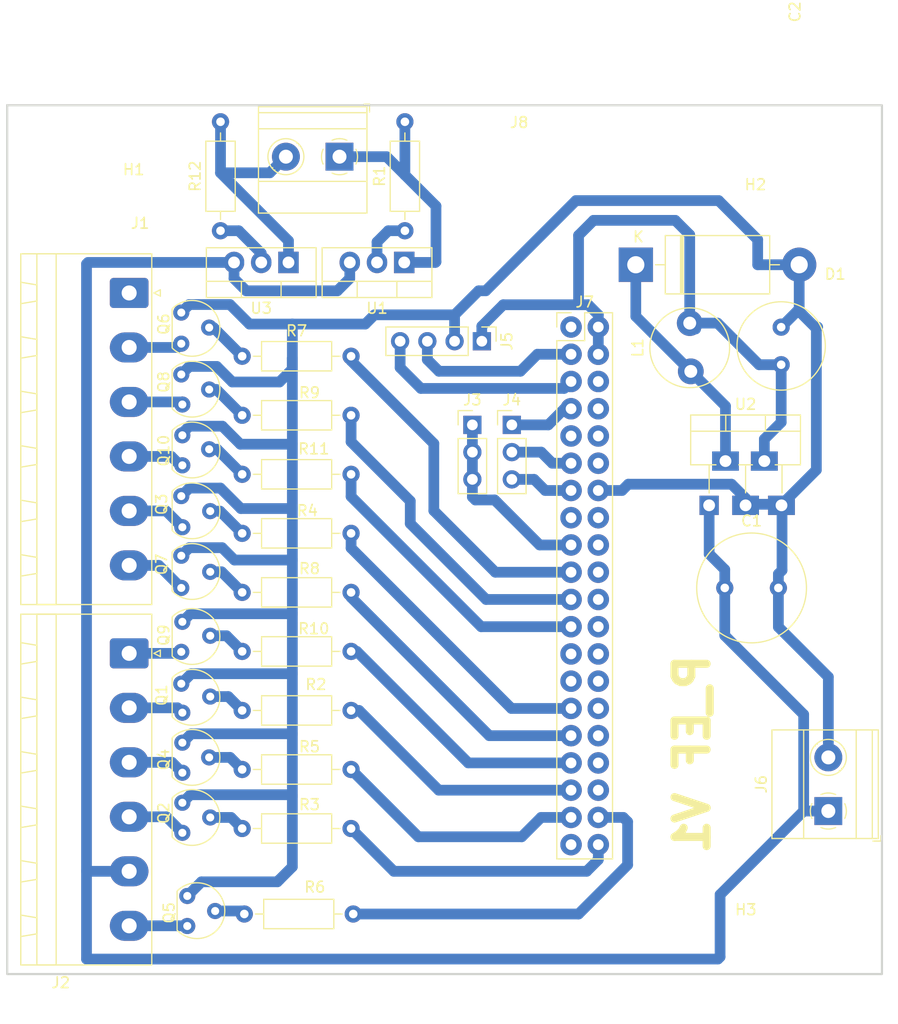
<source format=kicad_pcb>
(kicad_pcb (version 20211014) (generator pcbnew)
  (layers (0 "F.Cu" signal) (31 "B.Cu" signal) (34 "B.Paste" user) (35 "F.Paste" user) (36 "B.SilkS" user "B.Silkscreen") (37 "F.SilkS" user "F.Silkscreen") (38 "B.Mask" user) (39 "F.Mask" user) (44 "Edge.Cuts" user))
  (net 0 "")
  (net 1 "12V")
  (net 2 "GND")
  (net 3 "Net-(D1-Pad1)")
  (net 4 "ADJ C")
  (net 5 "365")
  (net 6 "395")
  (net 7 "440")
  (net 8 "470")
  (net 9 "530")
  (net 10 "PUMP")
  (net 11 "WA")
  (net 12 "280")
  (net 13 "660")
  (net 14 "600")
  (net 15 "3.3 V")
  (net 16 "Accept B")
  (net 17 "Change B")
  (net 18 "Cancel B")
  (net 19 "5 V")
  (net 20 "SDA")
  (net 21 "SCL")
  (net 27 "19")
  (net 29 "21")
  (net 31 "23")
  (net 36 "29")
  (net 37 "31")
  (net 39 "33")
  (net 40 "35")
  (net 42 "37")
  (net 43 "40")
  (net 44 "Net-(Q1-Pad2)")
  (net 45 "Net-(Q2-Pad2)")
  (net 46 "Net-(Q3-Pad2)")
  (net 47 "Net-(Q4-Pad2)")
  (net 48 "Net-(Q5-Pad2)")
  (net 49 "Net-(Q6-Pad2)")
  (net 50 "Net-(Q7-Pad2)")
  (net 51 "Net-(Q8-Pad2)")
  (net 52 "Net-(Q9-Pad2)")
  (net 53 "Net-(Q10-Pad2)")
  (net 54 "Net-(R1-Pad1)")
  (net 56 "38")
  (net 57 "Net-(R12-Pad1)")
  (net 58 "AdjUV280")
  (footprint "Package_TO_SOT_THT:TO-92_Inline" (layer "F.Cu") (at 29.64 48.94 -90)
    (fp_text reference "Q3" (at 0.66 2.84 90) (layer "F.SilkS"))
    (fp_text value "PN2222A")
    (pad "1" thru_hole circle (at -0.1 1 270) (size 1.5 1.5) (drill 0.75) (layers *.Cu *.Mask) (net 2 "GND"))
    (pad "2" thru_hole oval (at 1.3 -1.7 270) (size 1.5 1.5) (drill 0.75) (layers *.Cu *.Mask) (net 46 "Net-(Q3-Pad2)"))
    (pad "3" thru_hole circle (at 2.8 0.9 270) (size 1.5 1.5) (drill 0.75) (layers *.Cu *.Mask) (net 9 "530"))
  )
  (footprint "MountingHole:MountingHole_5mm" (layer "F.Cu") (at 17.8 18)
    (fp_text reference "H1" (at 6.4 0.4) (layer "F.SilkS"))
    (fp_text value "MountingHole")
    (pad "" np_thru_hole circle (at 0 0) (size 5 5) (drill 5) (layers *.Cu *.Mask))
  )
  (footprint "Connector_PinHeader_2.54mm:PinHeader_1x03_P2.54mm_Vertical" (layer "F.Cu") (at 55.795 42.2)
    (fp_text reference "J3" (at 0 -2.33) (layer "F.SilkS"))
    (fp_text value "Conn_01x03_Male")
    (pad "1" thru_hole rect (at 0 0) (size 1.7 1.7) (drill 1) (layers *.Cu *.Mask) (net 15 "3.3 V"))
    (pad "2" thru_hole oval (at 0 2.54) (size 1.7 1.7) (drill 1) (layers *.Cu *.Mask) (net 15 "3.3 V"))
    (pad "3" thru_hole oval (at 0 5.08) (size 1.7 1.7) (drill 1) (layers *.Cu *.Mask) (net 15 "3.3 V"))
  )
  (footprint "Resistor_THT:R_Axial_DIN0207_L6.3mm_D2.5mm_P10.16mm_Horizontal" (layer "F.Cu") (at 34.32 74.32625)
    (fp_text reference "R5" (at 6.28 -2.12625) (layer "F.SilkS"))
    (fp_text value "560")
    (pad "1" thru_hole circle (at 0 0) (size 1.6 1.6) (drill 0.8) (layers *.Cu *.Mask) (net 47 "Net-(Q4-Pad2)"))
    (pad "2" thru_hole oval (at 10.16 0) (size 1.6 1.6) (drill 0.8) (layers *.Cu *.Mask) (net 42 "37"))
  )
  (footprint "Diode_THT:D_DO-201AD_P15.24mm_Horizontal" (layer "F.Cu") (at 71.04 27.27)
    (fp_text reference "D1" (at 18.605 0.8775) (layer "F.SilkS"))
    (fp_text value "1N5822")
    (fp_text user "K" (at 0.24 -2.6) (layer "F.SilkS"))
    (pad "1" thru_hole rect (at 0 0) (size 3.2 3.2) (drill 1.6) (layers *.Cu *.Mask) (net 3 "Net-(D1-Pad1)"))
    (pad "2" thru_hole oval (at 15.24 0) (size 3.2 3.2) (drill 1.6) (layers *.Cu *.Mask) (net 2 "GND"))
  )
  (footprint "Resistor_THT:R_Axial_DIN0207_L6.3mm_D2.5mm_P10.16mm_Horizontal" (layer "F.Cu") (at 34.32 63.31875)
    (fp_text reference "R10" (at 6.68 -2.11875) (layer "F.SilkS"))
    (fp_text value "560")
    (pad "1" thru_hole circle (at 0 0) (size 1.6 1.6) (drill 0.8) (layers *.Cu *.Mask) (net 52 "Net-(Q9-Pad2)"))
    (pad "2" thru_hole oval (at 10.16 0) (size 1.6 1.6) (drill 0.8) (layers *.Cu *.Mask) (net 39 "33"))
  )
  (footprint "Capacitor_THT:C_Radial_D8.0mm_H11.5mm_P3.50mm" (layer "F.Cu") (at 84.6 36.59 90)
    (fp_text reference "C2" (at 32.90125 1.28875 90) (layer "F.SilkS"))
    (fp_text value "1000 uF 25V")
    (pad "1" thru_hole circle (at 0 0 90) (size 1.6 1.6) (drill 0.8) (layers *.Cu *.Mask) (net 19 "5 V"))
    (pad "2" thru_hole circle (at 3.5 0 90) (size 1.6 1.6) (drill 0.8) (layers *.Cu *.Mask) (net 2 "GND"))
  )
  (footprint "Connector_Phoenix_MSTB:PhoenixContact_MSTBA_2,5_6-G-5,08_1x06_P5.08mm_Horizontal" (layer "F.Cu") (at 23.7775 63.5 -90)
    (fp_text reference "J2" (at 30.7 6.3775 180) (layer "F.SilkS"))
    (fp_text value "Conn_01x06_Male")
    (pad "1" thru_hole roundrect (at 0 0 270) (size 2.8 3.6) (drill 1.4) (layers *.Cu *.Mask) (roundrect_rratio 0.120192) (net 9 "530"))
    (pad "2" thru_hole oval (at 5.08 0 270) (size 2.8 3.6) (drill 1.4) (layers *.Cu *.Mask) (net 14 "600"))
    (pad "3" thru_hole oval (at 10.16 0 270) (size 2.8 3.6) (drill 1.4) (layers *.Cu *.Mask) (net 13 "660"))
    (pad "4" thru_hole oval (at 15.24 0 270) (size 2.8 3.6) (drill 1.4) (layers *.Cu *.Mask) (net 11 "WA"))
    (pad "5" thru_hole oval (at 20.32 0 270) (size 2.8 3.6) (drill 1.4) (layers *.Cu *.Mask) (net 1 "12V"))
    (pad "6" thru_hole oval (at 25.4 0 270) (size 2.8 3.6) (drill 1.4) (layers *.Cu *.Mask) (net 10 "PUMP"))
  )
  (footprint "Resistor_THT:R_Axial_DIN0207_L6.3mm_D2.5mm_P10.16mm_Horizontal" (layer "F.Cu") (at 34.32 68.8225)
    (fp_text reference "R2" (at 6.88 -2.4225) (layer "F.SilkS"))
    (fp_text value "5100")
    (pad "1" thru_hole circle (at 0 0) (size 1.6 1.6) (drill 0.8) (layers *.Cu *.Mask) (net 44 "Net-(Q1-Pad2)"))
    (pad "2" thru_hole oval (at 10.16 0) (size 1.6 1.6) (drill 0.8) (layers *.Cu *.Mask) (net 40 "35"))
  )
  (footprint "MountingHole:MountingHole_5mm" (layer "F.Cu") (at 88.5 87.2)
    (fp_text reference "H3" (at -7.2 0.2) (layer "F.SilkS"))
    (fp_text value "MountingHole")
    (pad "" np_thru_hole circle (at 0 0) (size 5 5) (drill 5) (layers *.Cu *.Mask))
  )
  (footprint "Inductor_THT:L_Radial_D7.2mm_P3.00mm_Murata_1700" (layer "F.Cu") (at 76.07 36.51 90)
    (fp_text reference "L1" (at 1.5 -4.85 90) (layer "F.SilkS"))
    (fp_text value "33 uH")
    (pad "1" thru_hole circle (at -0.7 0.1 90) (size 2.4 2.4) (drill 1.2) (layers *.Cu *.Mask) (net 3 "Net-(D1-Pad1)"))
    (pad "2" thru_hole circle (at 3.8 0 90) (size 2.4 2.4) (drill 1.2) (layers *.Cu *.Mask) (net 19 "5 V"))
  )
  (footprint "Resistor_THT:R_Axial_DIN0207_L6.3mm_D2.5mm_P10.16mm_Horizontal" (layer "F.Cu") (at 34.32 79.83)
    (fp_text reference "R3" (at 6.28 -2.23) (layer "F.SilkS"))
    (fp_text value "560")
    (pad "1" thru_hole circle (at 0 0) (size 1.6 1.6) (drill 0.8) (layers *.Cu *.Mask) (net 45 "Net-(Q2-Pad2)"))
    (pad "2" thru_hole oval (at 10.16 0) (size 1.6 1.6) (drill 0.8) (layers *.Cu *.Mask) (net 43 "40"))
  )
  (footprint "Package_TO_SOT_THT:TO-92_Inline" (layer "F.Cu") (at 30.1 86.22 -90)
    (fp_text reference "Q5" (at 1.47 2.6 90) (layer "F.SilkS"))
    (fp_text value "PN2222A")
    (pad "1" thru_hole circle (at -0.1 0.9 270) (size 1.5 1.5) (drill 0.75) (layers *.Cu *.Mask) (net 2 "GND"))
    (pad "2" thru_hole circle (at 1.3 -1.7 270) (size 1.5 1.5) (drill 0.75) (layers *.Cu *.Mask) (net 48 "Net-(Q5-Pad2)"))
    (pad "3" thru_hole circle (at 2.7 0.9 270) (size 1.5 1.5) (drill 0.75) (layers *.Cu *.Mask) (net 10 "PUMP"))
  )
  (footprint "Connector_PinHeader_2.54mm:PinHeader_2x20_P2.54mm_Vertical" (layer "F.Cu") (at 65 33.075)
    (fp_text reference "J7" (at 1.27 -2.33) (layer "F.SilkS"))
    (fp_text value "Conn_02x20_Odd_Even")
    (pad "1" thru_hole circle (at 0 0) (size 2 2) (drill 1) (layers *.Cu *.Mask) (net 15 "3.3 V"))
    (pad "2" thru_hole circle (at 2.54 0) (size 2 2) (drill 1) (layers *.Cu *.Mask) (net 19 "5 V"))
    (pad "3" thru_hole circle (at 0 2.54) (size 2 2) (drill 1) (layers *.Cu *.Mask) (net 20 "SDA"))
    (pad "4" thru_hole circle (at 2.54 2.54) (size 2 2) (drill 1) (layers *.Cu *.Mask) (net 19 "5 V"))
    (pad "5" thru_hole circle (at 0 5.08) (size 2 2) (drill 1) (layers *.Cu *.Mask) (net 21 "SCL"))
    (pad "6" thru_hole circle (at 2.54 5.08) (size 2 2) (drill 1) (layers *.Cu *.Mask) (net 2 "GND"))
    (pad "7" thru_hole circle (at 0 7.62) (size 2 2) (drill 1) (layers *.Cu *.Mask) (net 16 "Accept B"))
    (pad "8" thru_hole circle (at 2.54 7.62) (size 2 2) (drill 1) (layers *.Cu *.Mask))
    (pad "9" thru_hole circle (at 0 10.16) (size 2 2) (drill 1) (layers *.Cu *.Mask) (net 2 "GND"))
    (pad "10" thru_hole circle (at 2.54 10.16) (size 2 2) (drill 1) (layers *.Cu *.Mask))
    (pad "11" thru_hole circle (at 0 12.7) (size 2 2) (drill 1) (layers *.Cu *.Mask) (net 17 "Change B"))
    (pad "12" thru_hole circle (at 2.54 12.7) (size 2 2) (drill 1) (layers *.Cu *.Mask))
    (pad "13" thru_hole circle (at 0 15.24) (size 2 2) (drill 1) (layers *.Cu *.Mask) (net 18 "Cancel B"))
    (pad "14" thru_hole circle (at 2.54 15.24) (size 2 2) (drill 1) (layers *.Cu *.Mask) (net 2 "GND"))
    (pad "15" thru_hole circle (at 0 17.78) (size 2 2) (drill 1) (layers *.Cu *.Mask))
    (pad "16" thru_hole circle (at 2.54 17.78) (size 2 2) (drill 1) (layers *.Cu *.Mask))
    (pad "17" thru_hole circle (at 0 20.32) (size 2 2) (drill 1) (layers *.Cu *.Mask) (net 15 "3.3 V"))
    (pad "18" thru_hole circle (at 2.54 20.32) (size 2 2) (drill 1) (layers *.Cu *.Mask))
    (pad "19" thru_hole circle (at 0 22.86) (size 2 2) (drill 1) (layers *.Cu *.Mask) (net 27 "19"))
    (pad "20" thru_hole circle (at 2.54 22.86) (size 2 2) (drill 1) (layers *.Cu *.Mask))
    (pad "21" thru_hole circle (at 0 25.4) (size 2 2) (drill 1) (layers *.Cu *.Mask) (net 29 "21"))
    (pad "22" thru_hole circle (at 2.54 25.4) (size 2 2) (drill 1) (layers *.Cu *.Mask))
    (pad "23" thru_hole circle (at 0 27.94) (size 2 2) (drill 1) (layers *.Cu *.Mask) (net 31 "23"))
    (pad "24" thru_hole circle (at 2.54 27.94) (size 2 2) (drill 1) (layers *.Cu *.Mask))
    (pad "25" thru_hole circle (at 0 30.48) (size 2 2) (drill 1) (layers *.Cu *.Mask) (net 2 "GND"))
    (pad "26" thru_hole circle (at 2.54 30.48) (size 2 2) (drill 1) (layers *.Cu *.Mask))
    (pad "27" thru_hole circle (at 0 33.02) (size 2 2) (drill 1) (layers *.Cu *.Mask))
    (pad "28" thru_hole circle (at 2.54 33.02) (size 2 2) (drill 1) (layers *.Cu *.Mask))
    (pad "29" thru_hole circle (at 0 35.56) (size 2 2) (drill 1) (layers *.Cu *.Mask) (net 36 "29"))
    (pad "30" thru_hole circle (at 2.54 35.56) (size 2 2) (drill 1) (layers *.Cu *.Mask) (net 2 "GND"))
    (pad "31" thru_hole circle (at 0 38.1) (size 2 2) (drill 1) (layers *.Cu *.Mask) (net 37 "31"))
    (pad "32" thru_hole circle (at 2.54 38.1) (size 2 2) (drill 1) (layers *.Cu *.Mask))
    (pad "33" thru_hole circle (at 0 40.64) (size 2 2) (drill 1) (layers *.Cu *.Mask) (net 39 "33"))
    (pad "34" thru_hole circle (at 2.54 40.64) (size 2 2) (drill 1) (layers *.Cu *.Mask) (net 2 "GND"))
    (pad "35" thru_hole circle (at 0 43.18) (size 2 2) (drill 1) (layers *.Cu *.Mask) (net 40 "35"))
    (pad "36" thru_hole circle (at 2.54 43.18) (size 2 2) (drill 1) (layers *.Cu *.Mask))
    (pad "37" thru_hole circle (at 0 45.72) (size 2 2) (drill 1) (layers *.Cu *.Mask) (net 42 "37"))
    (pad "38" thru_hole circle (at 2.54 45.72) (size 2 2) (drill 1) (layers *.Cu *.Mask) (net 56 "38"))
    (pad "39" thru_hole circle (at 0 48.26) (size 2 2) (drill 1) (layers *.Cu *.Mask) (net 2 "GND"))
    (pad "40" thru_hole circle (at 2.54 48.26) (size 2 2) (drill 1) (layers *.Cu *.Mask) (net 43 "40"))
  )
  (footprint "Resistor_THT:R_Axial_DIN0207_L6.3mm_D2.5mm_P10.16mm_Horizontal" (layer "F.Cu") (at 34.32 41.30375)
    (fp_text reference "R9" (at 6.28 -2.10375) (layer "F.SilkS"))
    (fp_text value "560")
    (pad "1" thru_hole circle (at 0 0) (size 1.6 1.6) (drill 0.8) (layers *.Cu *.Mask) (net 51 "Net-(Q8-Pad2)"))
    (pad "2" thru_hole oval (at 10.16 0) (size 1.6 1.6) (drill 0.8) (layers *.Cu *.Mask) (net 29 "21"))
  )
  (footprint "Resistor_THT:R_Axial_DIN0207_L6.3mm_D2.5mm_P10.16mm_Horizontal" (layer "F.Cu") (at 34.32 35.8)
    (fp_text reference "R7" (at 5.08 -2.37) (layer "F.SilkS"))
    (fp_text value "560")
    (pad "1" thru_hole circle (at 0 0) (size 1.6 1.6) (drill 0.8) (layers *.Cu *.Mask) (net 49 "Net-(Q6-Pad2)"))
    (pad "2" thru_hole oval (at 10.16 0) (size 1.6 1.6) (drill 0.8) (layers *.Cu *.Mask) (net 27 "19"))
  )
  (footprint "TerminalBlock_Phoenix:TerminalBlock_Phoenix_MKDS-1,5-2_1x02_P5.00mm_Horizontal" (layer "F.Cu") (at 89 78.2 90)
    (fp_text reference "J6" (at 2.5 -6.26 90) (layer "F.SilkS"))
    (fp_text value "Screw_Terminal_01x02")
    (pad "1" thru_hole rect (at 0 0 90) (size 2.6 2.6) (drill 1.3) (layers *.Cu *.Mask) (net 1 "12V"))
    (pad "2" thru_hole circle (at 5 0 90) (size 2.6 2.6) (drill 1.3) (layers *.Cu *.Mask) (net 2 "GND"))
  )
  (footprint "Package_TO_SOT_THT:TO-92_Inline" (layer "F.Cu") (at 29.64 71.93 -90)
    (fp_text reference "Q4" (at 1.47 2.64 90) (layer "F.SilkS"))
    (fp_text value "PN2222A")
    (pad "1" thru_hole circle (at -0.1 0.9 270) (size 1.5 1.5) (drill 0.75) (layers *.Cu *.Mask) (net 2 "GND"))
    (pad "2" thru_hole circle (at 1.27 -1.6 270) (size 1.5 1.5) (drill 0.75) (layers *.Cu *.Mask) (net 47 "Net-(Q4-Pad2)"))
    (pad "3" thru_hole circle (at 2.7 0.9 270) (size 1.5 1.5) (drill 0.75) (layers *.Cu *.Mask) (net 11 "WA"))
  )
  (footprint "Package_TO_SOT_THT:TO-220-5_P3.4x3.7mm_StaggerOdd_Lead3.8mm_Vertical" (layer "F.Cu") (at 77.88 49.6)
    (fp_text reference "U2" (at 3.4 -9.32) (layer "F.SilkS"))
    (fp_text value "LM2596T-5")
    (pad "1" thru_hole rect (at 0 0.1) (size 1.8 1.8) (drill 1.1) (layers *.Cu *.Mask) (net 1 "12V"))
    (pad "2" thru_hole rect (at 1.525 -4.025) (size 2.5 1.8) (drill 1.1) (layers *.Cu *.Mask) (net 3 "Net-(D1-Pad1)"))
    (pad "3" thru_hole rect (at 3.4 0.1) (size 2.5 1.8) (drill 1.1) (layers *.Cu *.Mask) (net 2 "GND"))
    (pad "4" thru_hole rect (at 5.15 -4.025) (size 2.5 1.8) (drill 1.1) (layers *.Cu *.Mask) (net 19 "5 V"))
    (pad "5" thru_hole rect (at 6.75 0.1) (size 2.5 1.8) (drill 1.1) (layers *.Cu *.Mask) (net 2 "GND"))
  )
  (footprint "Package_TO_SOT_THT:TO-92_Inline" (layer "F.Cu") (at 29.64 77.53 -90)
    (fp_text reference "Q2" (at 0.87 2.64 90) (layer "F.SilkS"))
    (fp_text value "PN2222A")
    (pad "1" thru_hole circle (at -0.1 0.9 270) (size 1.5 1.5) (drill 0.75) (layers *.Cu *.Mask) (net 2 "GND"))
    (pad "2" thru_hole circle (at 1.27 -1.7 270) (size 1.5 1.5) (drill 0.75) (layers *.Cu *.Mask) (net 45 "Net-(Q2-Pad2)"))
    (pad "3" thru_hole circle (at 2.7 0.9 270) (size 1.5 1.5) (drill 0.75) (layers *.Cu *.Mask) (net 5 "365"))
  )
  (footprint "Connector_Phoenix_MSTB:PhoenixContact_MSTBA_2,5_6-G-5,08_1x06_P5.08mm_Horizontal" (layer "F.Cu") (at 23.7775 29.9 -90)
    (fp_text reference "J1" (at -6.5 -1.0225 180) (layer "F.SilkS"))
    (fp_text value "Conn_01x06_Male")
    (pad "1" thru_hole roundrect (at 0 0 270) (size 2.8 3.6) (drill 1.4) (layers *.Cu *.Mask) (roundrect_rratio 0.120192))
    (pad "2" thru_hole oval (at 5.08 0 270) (size 2.8 3.6) (drill 1.4) (layers *.Cu *.Mask) (net 12 "280"))
    (pad "3" thru_hole oval (at 10.16 0 270) (size 2.8 3.6) (drill 1.4) (layers *.Cu *.Mask) (net 5 "365"))
    (pad "4" thru_hole oval (at 15.24 0 270) (size 2.8 3.6) (drill 1.4) (layers *.Cu *.Mask) (net 6 "395"))
    (pad "5" thru_hole oval (at 20.32 0 270) (size 2.8 3.6) (drill 1.4) (layers *.Cu *.Mask) (net 7 "440"))
    (pad "6" thru_hole oval (at 25.4 0 270) (size 2.8 3.6) (drill 1.4) (layers *.Cu *.Mask) (net 8 "470"))
  )
  (footprint "Package_TO_SOT_THT:TO-92_Inline" (layer "F.Cu") (at 29.64 31.93 -90)
    (fp_text reference "Q6" (at 0.87 2.64 90) (layer "F.SilkS"))
    (fp_text value "PN2222A")
    (pad "1" thru_hole circle (at -0.2 1 270) (size 1.5 1.5) (drill 0.75) (layers *.Cu *.Mask) (net 2 "GND"))
    (pad "2" thru_hole oval (at 1.2 -1.6 270) (size 1.5 1.5) (drill 0.75) (layers *.Cu *.Mask) (net 49 "Net-(Q6-Pad2)"))
    (pad "3" thru_hole circle (at 2.7 1 270) (size 1.5 1.5) (drill 0.75) (layers *.Cu *.Mask) (net 6 "395"))
  )
  (footprint "Package_TO_SOT_THT:TO-92_Inline" (layer "F.Cu") (at 29.64 54.6 -90)
    (fp_text reference "Q7" (at 0.6 2.84 90) (layer "F.SilkS"))
    (fp_text value "PN2222A")
    (pad "1" thru_hole circle (at -0.2 1 270) (size 1.5 1.5) (drill 0.75) (layers *.Cu *.Mask) (net 2 "GND"))
    (pad "2" thru_hole oval (at 1.3 -1.7 270) (size 1.5 1.5) (drill 0.75) (layers *.Cu *.Mask) (net 50 "Net-(Q7-Pad2)"))
    (pad "3" thru_hole oval (at 2.8 1 270) (size 1.5 1.5) (drill 0.75) (layers *.Cu *.Mask) (net 14 "600"))
  )
  (footprint "Resistor_THT:R_Axial_DIN0207_L6.3mm_D2.5mm_P10.16mm_Horizontal" (layer "F.Cu") (at 49.5 24.1 90)
    (fp_text reference "R1" (at 5.08 -2.37 90) (layer "F.SilkS"))
    (fp_text value "2.8")
    (pad "1" thru_hole circle (at 0 0 90) (size 1.6 1.6) (drill 0.8) (layers *.Cu *.Mask) (net 54 "Net-(R1-Pad1)"))
    (pad "2" thru_hole oval (at 10.16 0 90) (size 1.6 1.6) (drill 0.8) (layers *.Cu *.Mask) (net 4 "ADJ C"))
  )
  (footprint "TerminalBlock_Phoenix:TerminalBlock_Phoenix_MKDS-1,5-2_1x02_P5.00mm_Horizontal" (layer "F.Cu") (at 43.4 17.195 180)
    (fp_text reference "J8" (at -16.76 3.185) (layer "F.SilkS"))
    (fp_text value "Screw_Terminal_01x02")
    (pad "1" thru_hole rect (at 0 0 180) (size 2.6 2.6) (drill 1.3) (layers *.Cu *.Mask) (net 4 "ADJ C"))
    (pad "2" thru_hole circle (at 5 0 180) (size 2.6 2.6) (drill 1.3) (layers *.Cu *.Mask) (net 58 "AdjUV280"))
  )
  (footprint "Connector_PinHeader_2.54mm:PinHeader_1x03_P2.54mm_Vertical" (layer "F.Cu") (at 59.475 42.2)
    (fp_text reference "J4" (at 0 -2.33) (layer "F.SilkS"))
    (fp_text value "Conn_01x03_Male")
    (pad "1" thru_hole rect (at 0 0) (size 1.7 1.7) (drill 1) (layers *.Cu *.Mask) (net 16 "Accept B"))
    (pad "2" thru_hole oval (at 0 2.54) (size 1.7 1.7) (drill 1) (layers *.Cu *.Mask) (net 17 "Change B"))
    (pad "3" thru_hole oval (at 0 5.08) (size 1.7 1.7) (drill 1) (layers *.Cu *.Mask) (net 18 "Cancel B"))
  )
  (footprint "Package_TO_SOT_THT:TO-92_Inline" (layer "F.Cu") (at 29.64 66.33 -90)
    (fp_text reference "Q1" (at 1.07 2.84 90) (layer "F.SilkS"))
    (fp_text value "PN2222A")
    (pad "1" thru_hole circle (at 0 1 270) (size 1.5 1.5) (drill 0.75) (layers *.Cu *.Mask) (net 2 "GND"))
    (pad "2" thru_hole oval (at 1.2 -1.7 270) (size 1.5 1.5) (drill 0.75) (layers *.Cu *.Mask) (net 44 "Net-(Q1-Pad2)"))
    (pad "3" thru_hole oval (at 2.7 0.9 270) (size 1.5 1.5) (drill 0.75) (layers *.Cu *.Mask) (net 12 "280"))
  )
  (footprint "Package_TO_SOT_THT:TO-92_Inline" (layer "F.Cu") (at 29.64 37.6 -90)
    (fp_text reference "Q8" (at 0.6 2.64 90) (layer "F.SilkS"))
    (fp_text value "PN2222A")
    (pad "1" thru_hole circle (at -0.1 1 270) (size 1.5 1.5) (drill 0.75) (layers *.Cu *.Mask) (net 2 "GND"))
    (pad "2" thru_hole oval (at 1.3 -1.6 270) (size 1.5 1.5) (drill 0.75) (layers *.Cu *.Mask) (net 51 "Net-(Q8-Pad2)"))
    (pad "3" thru_hole oval (at 2.7 0.9 270) (size 1.5 1.5) (drill 0.75) (layers *.Cu *.Mask) (net 7 "440"))
  )
  (footprint "MountingHole:MountingHole_5mm" (layer "F.Cu") (at 88.4 18.2)
    (fp_text reference "H2" (at -6.2 1.6) (layer "F.SilkS"))
    (fp_text value "MountingHole")
    (pad "" np_thru_hole circle (at 0 0) (size 5 5) (drill 5) (layers *.Cu *.Mask))
  )
  (footprint "Resistor_THT:R_Axial_DIN0207_L6.3mm_D2.5mm_P10.16mm_Horizontal" (layer "F.Cu") (at 34.52 87.8)
    (fp_text reference "R6" (at 6.58 -2.51) (layer "F.SilkS"))
    (fp_text value "560")
    (pad "1" thru_hole circle (at 0 0) (size 1.6 1.6) (drill 0.8) (layers *.Cu *.Mask) (net 48 "Net-(Q5-Pad2)"))
    (pad "2" thru_hole oval (at 10.16 0) (size 1.6 1.6) (drill 0.8) (layers *.Cu *.Mask) (net 56 "38"))
  )
  (footprint "Resistor_THT:R_Axial_DIN0207_L6.3mm_D2.5mm_P10.16mm_Horizontal" (layer "F.Cu") (at 34.32 57.815)
    (fp_text reference "R8" (at 6.28 -2.215) (layer "F.SilkS"))
    (fp_text value "560")
    (pad "1" thru_hole circle (at 0 0) (size 1.6 1.6) (drill 0.8) (layers *.Cu *.Mask) (net 50 "Net-(Q7-Pad2)"))
    (pad "2" thru_hole oval (at 10.16 0) (size 1.6 1.6) (drill 0.8) (layers *.Cu *.Mask) (net 37 "31"))
  )
  (footprint "Resistor_THT:R_Axial_DIN0207_L6.3mm_D2.5mm_P10.16mm_Horizontal" (layer "F.Cu") (at 34.32 52.31125)
    (fp_text reference "R4" (at 6.08 -2.11125) (layer "F.SilkS"))
    (fp_text value "560")
    (pad "1" thru_hole circle (at 0 0) (size 1.6 1.6) (drill 0.8) (layers *.Cu *.Mask) (net 46 "Net-(Q3-Pad2)"))
    (pad "2" thru_hole oval (at 10.16 0) (size 1.6 1.6) (drill 0.8) (layers *.Cu *.Mask) (net 36 "29"))
  )
  (footprint "Package_TO_SOT_THT:TO-220-3_Vertical" (layer "F.Cu") (at 38.64 27.055 180)
    (fp_text reference "U3" (at 2.54 -4.27) (layer "F.SilkS"))
    (fp_text value "LM317_TO-220")
    (pad "1" thru_hole rect (at 0 0 180) (size 1.905 2) (drill 1.1) (layers *.Cu *.Mask) (net 58 "AdjUV280"))
    (pad "2" thru_hole oval (at 2.54 0 180) (size 1.905 2) (drill 1.1) (layers *.Cu *.Mask) (net 57 "Net-(R12-Pad1)"))
    (pad "3" thru_hole oval (at 5.08 0 180) (size 1.905 2) (drill 1.1) (layers *.Cu *.Mask) (net 1 "12V"))
  )
  (footprint "Capacitor_THT:C_Radial_D10.0mm_H20.0mm_P5.00mm" (layer "F.Cu") (at 79.34 57.4)
    (fp_text reference "C1" (at 2.5 -6.25) (layer "F.SilkS"))
    (fp_text value "470 uF 50V")
    (pad "1" thru_hole circle (at 0 0) (size 1.6 1.6) (drill 0.8) (layers *.Cu *.Mask) (net 1 "12V"))
    (pad "2" thru_hole circle (at 5 0) (size 1.6 1.6) (drill 0.8) (layers *.Cu *.Mask) (net 2 "GND"))
  )
  (footprint "Resistor_THT:R_Axial_DIN0207_L6.3mm_D2.5mm_P10.16mm_Horizontal" (layer "F.Cu") (at 32.3 24.1 90)
    (fp_text reference "R12" (at 5.08 -2.37 90) (layer "F.SilkS"))
    (fp_text value "14")
    (pad "1" thru_hole circle (at 0 0 90) (size 1.6 1.6) (drill 0.8) (layers *.Cu *.Mask) (net 57 "Net-(R12-Pad1)"))
    (pad "2" thru_hole oval (at 10.16 0 90) (size 1.6 1.6) (drill 0.8) (layers *.Cu *.Mask) (net 58 "AdjUV280"))
  )
  (footprint "Package_TO_SOT_THT:TO-92_Inline" (layer "F.Cu") (at 29.64 60.66 -90)
    (fp_text reference "Q9" (at 1.14 2.64 90) (layer "F.SilkS"))
    (fp_text value "PN2222A")
    (pad "1" thru_hole circle (at -0.1 0.9 270) (size 1.5 1.5) (drill 0.75) (layers *.Cu *.Mask) (net 2 "GND"))
    (pad "2" thru_hole oval (at 1.2 -1.7 270) (size 1.5 1.5) (drill 0.75) (layers *.Cu *.Mask) (net 52 "Net-(Q9-Pad2)"))
    (pad "3" thru_hole circle (at 2.7 1 270) (size 1.5 1.5) (drill 0.75) (layers *.Cu *.Mask) (net 13 "660"))
  )
  (footprint "Connector_PinHeader_2.54mm:PinHeader_1x04_P2.54mm_Vertical" (layer "F.Cu") (at 56.675 34.4 -90)
    (fp_text reference "J5" (at 0 -2.33 90) (layer "F.SilkS"))
    (fp_text value "Conn_01x04_Male")
    (pad "1" thru_hole rect (at 0 0 270) (size 1.7 1.7) (drill 1) (layers *.Cu *.Mask) (net 19 "5 V"))
    (pad "2" thru_hole oval (at 0 2.54 270) (size 1.7 1.7) (drill 1) (layers *.Cu *.Mask) (net 2 "GND"))
    (pad "3" thru_hole oval (at 0 5.08 270) (size 1.7 1.7) (drill 1) (layers *.Cu *.Mask) (net 20 "SDA"))
    (pad "4" thru_hole oval (at 0 7.62 270) (size 1.7 1.7) (drill 1) (layers *.Cu *.Mask) (net 21 "SCL"))
  )
  (footprint "Resistor_THT:R_Axial_DIN0207_L6.3mm_D2.5mm_P10.16mm_Horizontal" (layer "F.Cu") (at 34.32 46.8075)
    (fp_text reference "R11" (at 6.68 -2.37) (layer "F.SilkS"))
    (fp_text value "560")
    (pad "1" thru_hole circle (at 0 0) (size 1.6 1.6) (drill 0.8) (layers *.Cu *.Mask) (net 53 "Net-(Q10-Pad2)"))
    (pad "2" thru_hole oval (at 10.16 0) (size 1.6 1.6) (drill 0.8) (layers *.Cu *.Mask) (net 31 "23"))
  )
  (footprint "Package_TO_SOT_THT:TO-92_Inline" (layer "F.Cu") (at 29.64 43.27 -90)
    (fp_text reference "Q10" (at 1.33 2.64 90) (layer "F.SilkS"))
    (fp_text value "PN2222A")
    (pad "1" thru_hole circle (at -0.1 0.9 270) (size 1.5 1.5) (drill 0.75) (layers *.Cu *.Mask) (net 2 "GND"))
    (pad "2" thru_hole oval (at 1.2 -1.6 270) (size 1.5 1.5) (drill 0.75) (layers *.Cu *.Mask) (net 53 "Net-(Q10-Pad2)"))
    (pad "3" thru_hole oval (at 2.7 0.9 270) (size 1.5 1.5) (drill 0.75) (layers *.Cu *.Mask) (net 8 "470"))
  )
  (footprint "Package_TO_SOT_THT:TO-220-3_Vertical" (layer "F.Cu") (at 49.44 27.055 180)
    (fp_text reference "U1" (at 2.54 -4.27) (layer "F.SilkS"))
    (fp_text value "LM317_TO-220")
    (pad "1" thru_hole rect (at 0 0 180) (size 1.905 2) (drill 1.1) (layers *.Cu *.Mask) (net 4 "ADJ C"))
    (pad "2" thru_hole oval (at 2.54 0 180) (size 1.905 2) (drill 1.1) (layers *.Cu *.Mask) (net 54 "Net-(R1-Pad1)"))
    (pad "3" thru_hole oval (at 5.08 0 180) (size 1.905 2) (drill 1.1) (layers *.Cu *.Mask) (net 1 "12V"))
  )
  (gr_rect (start 12.4 12.4) (end 94 93.4) (layer "Edge.Cuts") (width 0.2) (fill none))
  (gr_text "P_EF V1" (at 76.3 72.9 90) (layer "F.SilkS") (effects (font (size 3 3) (thickness 0.75)) (justify mirror)))
  (segment (start 44.36 28.54) (end 44.36 27.055) (width 1) (layer "B.Cu") (net 1))
  (segment (start 33.56 27.055) (end 33.56 28.56) (width 1) (layer "B.Cu") (net 1))
  (segment (start 86.7 78.2) (end 89 78.2) (width 1) (layer "B.Cu") (net 1))
  (segment (start 19.82 83.82) (end 19.8 83.84) (width 1) (layer "B.Cu") (net 1))
  (segment (start 33.56 28.56) (end 34.7 29.7) (width 1) (layer "B.Cu") (net 1))
  (segment (start 19.8 83.84) (end 19.8 92) (width 1) (layer "B.Cu") (net 1))
  (segment (start 19.8 27.2) (end 19.8 83.8) (width 1) (layer "B.Cu") (net 1))
  (segment (start 86.7 69.2) (end 79.34 61.84) (width 1) (layer "B.Cu") (net 1))
  (segment (start 78.9 86) (end 86.7 78.2) (width 1) (layer "B.Cu") (net 1))
  (segment (start 78.7 92) (end 78.9 91.8) (width 1) (layer "B.Cu") (net 1))
  (segment (start 79.34 61.84) (end 79.34 57.4) (width 1) (layer "B.Cu") (net 1))
  (segment (start 79.34 55.69) (end 79.34 57.4) (width 1) (layer "B.Cu") (net 1))
  (segment (start 77.88 54.23) (end 79.34 55.69) (width 1) (layer "B.Cu") (net 1))
  (segment (start 19.8 83.8) (end 19.82 83.82) (width 1) (layer "B.Cu") (net 1))
  (segment (start 77.88 49.6) (end 77.88 54.23) (width 1) (layer "B.Cu") (net 1))
  (segment (start 43.2 29.7) (end 44.36 28.54) (width 1) (layer "B.Cu") (net 1))
  (segment (start 34.7 29.7) (end 43.2 29.7) (width 1) (layer "B.Cu") (net 1))
  (segment (start 33.56 27.055) (end 19.945 27.055) (width 1) (layer "B.Cu") (net 1))
  (segment (start 86.7 78.2) (end 86.7 69.2) (width 1) (layer "B.Cu") (net 1))
  (segment (start 19.945 27.055) (end 19.8 27.2) (width 1) (layer "B.Cu") (net 1))
  (segment (start 78.9 91.8) (end 78.9 86) (width 1) (layer "B.Cu") (net 1))
  (segment (start 19.8 92) (end 78.7 92) (width 1) (layer "B.Cu") (net 1))
  (segment (start 19.82 83.82) (end 23.7775 83.82) (width 1) (layer "B.Cu") (net 1))
  (segment (start 65.45 21.29) (end 78.77 21.29) (width 1) (layer "B.Cu") (net 2))
  (segment (start 84.34 56.1) (end 84.68 55.76) (width 1) (layer "B.Cu") (net 2))
  (segment (start 39 36) (end 39 32.8) (width 1) (layer "B.Cu") (net 2))
  (segment (start 29.49 59.81) (end 38.99 59.81) (width 1) (layer "B.Cu") (net 2))
  (segment (start 29.39 30.98) (end 33.18 30.98) (width 1) (layer "B.Cu") (net 2))
  (segment (start 84.34 61.04) (end 84.34 57.4) (width 1) (layer "B.Cu") (net 2))
  (segment (start 84.68 55.76) (end 84.68 49.6) (width 1) (layer "B.Cu") (net 2))
  (segment (start 30.52 84.8) (end 37.6 84.8) (width 1) (layer "B.Cu") (net 2))
  (segment (start 34.149972 44) (end 39 44) (width 1) (layer "B.Cu") (net 2))
  (segment (start 28.64 37.5) (end 29.39 36.75) (width 1) (layer "B.Cu") (net 2))
  (segment (start 54.135 31.94) (end 56.375 29.7) (width 1) (layer "B.Cu") (net 2))
  (segment (start 28.64 66.33) (end 29.57 65.4) (width 1) (layer "B.Cu") (net 2))
  (segment (start 46.66 31.94) (end 54.135 31.94) (width 1) (layer "B.Cu") (net 2))
  (segment (start 84.34 57.4) (end 84.34 56.1) (width 1) (layer "B.Cu") (net 2))
  (segment (start 39 76.8) (end 39 83.4) (width 1) (layer "B.Cu") (net 2))
  (segment (start 39 32.8) (end 35 32.8) (width 1) (layer "B.Cu") (net 2))
  (segment (start 89 65.7) (end 84.34 61.04) (width 1) (layer "B.Cu") (net 2))
  (segment (start 86.28 27.27) (end 86.28 31.61) (width 1) (layer "B.Cu") (net 2))
  (segment (start 39 59.8) (end 39 65.4) (width 1) (layer "B.Cu") (net 2))
  (segment (start 54.135 31.94) (end 54.135 34.4) (width 1) (layer "B.Cu") (net 2))
  (segment (start 39 36) (end 39 50) (width 1) (layer "B.Cu") (net 2))
  (segment (start 39 83.4) (end 37.8 84.6) (width 1) (layer "B.Cu") (net 2))
  (segment (start 33.18 30.98) (end 35 32.8) (width 1) (layer "B.Cu") (net 2))
  (segment (start 32.469972 42.32) (end 34.149972 44) (width 1) (layer "B.Cu") (net 2))
  (segment (start 86.28 31.61) (end 86.08 31.61) (width 1) (layer "B.Cu") (net 2))
  (segment (start 38.88 76.68) (end 39 76.8) (width 1) (layer "B.Cu") (net 2))
  (segment (start 28.74 60.56) (end 29.49 59.81) (width 1) (layer "B.Cu") (net 2))
  (segment (start 82.41 24.93) (end 82.41 27.27) (width 1) (layer "B.Cu") (net 2))
  (segment (start 29.57 65.4) (end 39 65.4) (width 1) (layer "B.Cu") (net 2))
  (segment (start 31.95 36.75) (end 33.4 38.2) (width 1) (layer "B.Cu") (net 2))
  (segment (start 29.39 42.32) (end 32.469972 42.32) (width 1) (layer "B.Cu") (net 2))
  (segment (start 81.28 49.6) (end 84.68 49.6) (width 1) (layer "B.Cu") (net 2))
  (segment (start 28.64 54.4) (end 29.39 53.65) (width 1) (layer "B.Cu") (net 2))
  (segment (start 38.99 59.81) (end 39 59.8) (width 1) (layer "B.Cu") (net 2))
  (segment (start 46.66 31.94) (end 45.8 32.8) (width 1) (layer "B.Cu") (net 2))
  (segment (start 32.29 48.09) (end 34.2 50) (width 1) (layer "B.Cu") (net 2))
  (segment (start 87.88 33.21) (end 88.01 33.08) (width 1) (layer "B.Cu") (net 2))
  (segment (start 45.8 32.8) (end 39 32.8) (width 1) (layer "B.Cu") (net 2))
  (segment (start 37.8 38.2) (end 39 37) (width 1) (layer "B.Cu") (net 2))
  (segment (start 28.74 71.83) (end 29.57 71) (width 1) (layer "B.Cu") (net 2))
  (segment (start 37.6 84.8) (end 37.8 84.6) (width 1) (layer "B.Cu") (net 2))
  (segment (start 29.57 71) (end 39 71) (width 1) (layer "B.Cu") (net 2))
  (segment (start 29.2 86.12) (end 30.52 84.8) (width 1) (layer "B.Cu") (net 2))
  (segment (start 39 71) (end 39 76.8) (width 1) (layer "B.Cu") (net 2))
  (segment (start 69.755 48.315) (end 67.54 48.315) (width 1) (layer "B.Cu") (net 2))
  (segment (start 29.39 36.75) (end 31.95 36.75) (width 1) (layer "B.Cu") (net 2))
  (segment (start 33.6 54.8) (end 39 54.8) (width 1) (layer "B.Cu") (net 2))
  (segment (start 28.64 48.84) (end 29.39 48.09) (width 1) (layer "B.Cu") (net 2))
  (segment (start 39 50) (end 39 54.8) (width 1) (layer "B.Cu") (net 2))
  (segment (start 39 65.4) (end 39 71) (width 1) (layer "B.Cu") (net 2))
  (segment (start 39 37) (end 39 36) (width 1) (layer "B.Cu") (net 2))
  (segment (start 29.39 53.65) (end 32.45 53.65) (width 1) (layer "B.Cu") (net 2))
  (segment (start 79.97 47.73) (end 70.34 47.73) (width 1) (layer "B.Cu") (net 2))
  (segment (start 33.4 38.2) (end 37.8 38.2) (width 1) (layer "B.Cu") (net 2))
  (segment (start 82.41 27.27) (end 86.28 27.27) (width 1) (layer "B.Cu") (net 2))
  (segment (start 84.68 49.6) (end 87.88 46.4) (width 1) (layer "B.Cu") (net 2))
  (segment (start 34.2 50) (end 39 50) (width 1) (layer "B.Cu") (net 2))
  (segment (start 87.88 46.4) (end 87.88 33.21) (width 1) (layer "B.Cu") (net 2))
  (segment (start 57.04 29.7) (end 65.45 21.29) (width 1) (layer "B.Cu") (net 2))
  (segment (start 81.28 49.7) (end 81.28 49.04) (width 1) (layer "B.Cu") (net 2))
  (segment (start 28.74 77.43) (end 29.49 76.68) (width 1) (layer "B.Cu") (net 2))
  (segment (start 29.39 48.09) (end 32.29 48.09) (width 1) (layer "B.Cu") (net 2))
  (segment (start 32.45 53.65) (end 33.6 54.8) (width 1) (layer "B.Cu") (net 2))
  (segment (start 86.28 31.61) (end 87.88 33.21) (width 1) (layer "B.Cu") (net 2))
  (segment (start 56.375 29.7) (end 57.04 29.7) (width 1) (layer "B.Cu") (net 2))
  (segment (start 78.77 21.29) (end 82.41 24.93) (width 1) (layer "B.Cu") (net 2))
  (segment (start 39 54.8) (end 39 59.8) (width 1) (layer "B.Cu") (net 2))
  (segment (start 29.49 76.68) (end 38.88 76.68) (width 1) (layer "B.Cu") (net 2))
  (segment (start 29.39 30.98) (end 28.64 31.73) (width 1) (layer "B.Cu") (net 2))
  (segment (start 70.34 47.73) (end 69.755 48.315) (width 1) (layer "B.Cu") (net 2))
  (segment (start 81.28 49.04) (end 79.97 47.73) (width 1) (layer "B.Cu") (net 2))
  (segment (start 86.08 31.61) (end 84.6 33.09) (width 1) (layer "B.Cu") (net 2))
  (segment (start 28.64 43.07) (end 29.39 42.32) (width 1) (layer "B.Cu") (net 2))
  (segment (start 89 73.2) (end 89 65.7) (width 1) (layer "B.Cu") (net 2))
  (segment (start 71.04 32.08) (end 71.04 27.27) (width 1) (layer "B.Cu") (net 3))
  (segment (start 79.405 45.575) (end 79.405 40.445) (width 1) (layer "B.Cu") (net 3))
  (segment (start 76.17 37.21) (end 71.04 32.08) (width 1) (layer "B.Cu") (net 3))
  (segment (start 79.405 40.445) (end 76.17 37.21) (width 1) (layer "B.Cu") (net 3))
  (segment (start 47.795 17.195) (end 43.4 17.195) (width 1) (layer "B.Cu") (net 4))
  (segment (start 49.5 13.94) (end 49.5 18.9) (width 1) (layer "B.Cu") (net 4))
  (segment (start 52.345 27.055) (end 49.44 27.055) (width 1) (layer "B.Cu") (net 4))
  (segment (start 49.5 18.9) (end 52.4 21.8) (width 1) (layer "B.Cu") (net 4))
  (segment (start 52.4 21.8) (end 52.4 27) (width 1) (layer "B.Cu") (net 4))
  (segment (start 49.5 18.9) (end 47.795 17.195) (width 1) (layer "B.Cu") (net 4))
  (segment (start 52.4 27) (end 52.345 27.055) (width 1) (layer "B.Cu") (net 4))
  (segment (start 23.7775 40.06) (end 28.5 40.06) (width 1) (layer "B.Cu") (net 5))
  (segment (start 28.5 40.06) (end 28.74 40.3) (width 1) (layer "B.Cu") (net 5))
  (segment (start 27.71 45.14) (end 28.54 45.97) (width 1) (layer "B.Cu") (net 6))
  (segment (start 23.7775 45.14) (end 27.71 45.14) (width 1) (layer "B.Cu") (net 6))
  (segment (start 23.7775 50.22) (end 27.22 50.22) (width 1) (layer "B.Cu") (net 7))
  (segment (start 28.74 51.74) (end 27.22 50.22) (width 1) (layer "B.Cu") (net 7))
  (segment (start 26.54 55.3) (end 28.64 57.4) (width 1) (layer "B.Cu") (net 8))
  (segment (start 23.7775 55.3) (end 26.54 55.3) (width 1) (layer "B.Cu") (net 8))
  (segment (start 23.7775 88.9) (end 29.18 88.9) (width 1) (layer "B.Cu") (net 10))
  (segment (start 29.18 88.9) (end 29.2 88.92) (width 1) (layer "B.Cu") (net 10))
  (segment (start 23.7775 78.74) (end 27.25 78.74) (width 1) (layer "B.Cu") (net 11))
  (segment (start 23.7775 73.66) (end 27.77 73.66) (width 1) (layer "B.Cu") (net 11))
  (segment (start 27.25 78.74) (end 28.74 80.23) (width 1) (layer "B.Cu") (net 11))
  (segment (start 27.77 73.66) (end 28.74 74.63) (width 1) (layer "B.Cu") (net 11))
  (segment (start 23.7775 68.58) (end 28.29 68.58) (width 1) (layer "B.Cu") (net 12))
  (segment (start 23.7775 34.98) (end 28.29 34.98) (width 1) (layer "B.Cu") (net 12))
  (segment (start 28.29 34.98) (end 28.64 34.63) (width 1) (layer "B.Cu") (net 12))
  (segment (start 28.29 68.58) (end 28.74 69.03) (width 1) (layer "B.Cu") (net 12))
  (segment (start 23.7775 63.5) (end 28.5 63.5) (width 1) (layer "B.Cu") (net 13))
  (segment (start 28.5 63.5) (end 28.64 63.36) (width 1) (layer "B.Cu") (net 13))
  (segment (start 55.795 44.74) (end 55.795 47.28) (width 1) (layer "B.Cu") (net 15))
  (segment (start 55.795 42.2) (end 55.795 44.74) (width 1) (layer "B.Cu") (net 15))
  (segment (start 62.07 53.395) (end 58.075 49.4) (width 1) (layer "B.Cu") (net 15))
  (segment (start 65 53.395) (end 62.07 53.395) (width 1) (layer "B.Cu") (net 15))
  (segment (start 55.795 48.92) (end 56.075 49.2) (width 1) (layer "B.Cu") (net 15))
  (segment (start 57.875 49.2) (end 56.075 49.2) (width 1) (layer "B.Cu") (net 15))
  (segment (start 58.075 49.4) (end 57.875 49.2) (width 1) (layer "B.Cu") (net 15))
  (segment (start 55.795 47.28) (end 55.795 48.92) (width 1) (layer "B.Cu") (net 15))
  (segment (start 64.38 40.695) (end 65 40.695) (width 1) (layer "B.Cu") (net 16))
  (segment (start 62.875 42.2) (end 64.38 40.695) (width 1) (layer "B.Cu") (net 16))
  (segment (start 59.475 42.2) (end 62.875 42.2) (width 1) (layer "B.Cu") (net 16))
  (segment (start 59.475 44.74) (end 62.215 44.74) (width 1) (layer "B.Cu") (net 17))
  (segment (start 62.215 44.74) (end 63.25 45.775) (width 1) (layer "B.Cu") (net 17))
  (segment (start 63.25 45.775) (end 65 45.775) (width 1) (layer "B.Cu") (net 17))
  (segment (start 59.475 47.28) (end 61.555 47.28) (width 1) (layer "B.Cu") (net 18))
  (segment (start 62.59 48.315) (end 65 48.315) (width 1) (layer "B.Cu") (net 18))
  (segment (start 61.555 47.28) (end 62.59 48.315) (width 1) (layer "B.Cu") (net 18))
  (segment (start 67.1 23.13) (end 65.7 24.53) (width 1) (layer "B.Cu") (net 19))
  (segment (start 84.6 36.59) (end 84.6 41.96) (width 1) (layer "B.Cu") (net 19))
  (segment (start 65.7 31) (end 58.675 31) (width 1) (layer "B.Cu") (net 19))
  (segment (start 84.6 41.96) (end 83.03 43.53) (width 1) (layer "B.Cu") (net 19))
  (segment (start 67.54 31.94) (end 66.6 31) (width 1) (layer "B.Cu") (net 19))
  (segment (start 84.6 36.59) (end 82.54 36.59) (width 1) (layer "B.Cu") (net 19))
  (segment (start 58.675 31) (end 56.675 33) (width 1) (layer "B.Cu") (net 19))
  (segment (start 56.675 33) (end 56.675 34.4) (width 1) (layer "B.Cu") (net 19))
  (segment (start 74.72 23.13) (end 67.1 23.13) (width 1) (layer "B.Cu") (net 19))
  (segment (start 76.07 32.71) (end 76.07 24.48) (width 1) (layer "B.Cu") (net 19))
  (segment (start 66.6 31) (end 65.7 31) (width 1) (layer "B.Cu") (net 19))
  (segment (start 76.07 24.48) (end 74.72 23.13) (width 1) (layer "B.Cu") (net 19))
  (segment (start 76.62 33.26) (end 76.07 32.71) (width 1) (layer "B.Cu") (net 19))
  (segment (start 65.7 24.53) (end 65.7 31) (width 1) (layer "B.Cu") (net 19))
  (segment (start 67.54 33.075) (end 67.54 31.94) (width 1) (layer "B.Cu") (net 19))
  (segment (start 82.54 36.59) (end 78.66 32.71) (width 1) (layer "B.Cu") (net 19))
  (segment (start 67.54 33.075) (end 67.54 35.615) (width 1) (layer "B.Cu") (net 19))
  (segment (start 78.66 32.71) (end 76.07 32.71) (width 1) (layer "B.Cu") (net 19))
  (segment (start 83.03 43.53) (end 83.03 45.575) (width 1) (layer "B.Cu") (net 19))
  (segment (start 51.595 36.12) (end 52.675 37.2) (width 1) (layer "B.Cu") (net 20))
  (segment (start 52.675 37.2) (end 60.275 37.2) (width 1) (layer "B.Cu") (net 20))
  (segment (start 61.86 35.615) (end 65 35.615) (width 1) (layer "B.Cu") (net 20))
  (segment (start 60.275 37.2) (end 61.86 35.615) (width 1) (layer "B.Cu") (net 20))
  (segment (start 51.595 34.4) (end 51.595 36.12) (width 1) (layer "B.Cu") (net 20))
  (segment (start 50.992 38.8) (end 64.355 38.8) (width 1) (layer "B.Cu") (net 21))
  (segment (start 49.055 34.4) (end 49.055 36.863) (width 1) (layer "B.Cu") (net 21))
  (segment (start 64.355 38.8) (end 65 38.155) (width 1) (layer "B.Cu") (net 21))
  (segment (start 49.055 36.863) (end 50.992 38.8) (width 1) (layer "B.Cu") (net 21))
  (segment (start 57.935 55.935) (end 65 55.935) (width 1) (layer "B.Cu") (net 27))
  (segment (start 44.48 35.8) (end 44.48 36.225) (width 1) (layer "B.Cu") (net 27))
  (segment (start 44.48 36.225) (end 52.2 43.945) (width 1) (layer "B.Cu") (net 27))
  (segment (start 52.2 43.945) (end 52.2 50.2) (width 1) (layer "B.Cu") (net 27))
  (segment (start 52.2 50.2) (end 57.935 55.935) (width 1) (layer "B.Cu") (net 27))
  (segment (start 50 51.4) (end 57.075 58.475) (width 1) (layer "B.Cu") (net 29))
  (segment (start 50 49.3) (end 50 51.4) (width 1) (layer "B.Cu") (net 29))
  (segment (start 44.48 41.30375) (end 44.48 43.78) (width 1) (layer "B.Cu") (net 29))
  (segment (start 44.48 43.78) (end 50 49.3) (width 1) (layer "B.Cu") (net 29))
  (segment (start 57.075 58.475) (end 65 58.475) (width 1) (layer "B.Cu") (net 29))
  (segment (start 44.48 46.8075) (end 44.48 48.88) (width 1) (layer "B.Cu") (net 31))
  (segment (start 56.615 61.015) (end 65 61.015) (width 1) (layer "B.Cu") (net 31))
  (segment (start 44.48 48.88) (end 56.615 61.015) (width 1) (layer "B.Cu") (net 31))
  (segment (start 44.48 52.31125) (end 44.48 53.68) (width 1) (layer "B.Cu") (net 36))
  (segment (start 44.48 53.68) (end 59.435 68.635) (width 1) (layer "B.Cu") (net 36))
  (segment (start 59.435 68.635) (end 65 68.635) (width 1) (layer "B.Cu") (net 36))
  (segment (start 44.48 57.815) (end 44.48 58.28) (width 1) (layer "B.Cu") (net 37))
  (segment (start 44.48 58.28) (end 57.375 71.175) (width 1) (layer "B.Cu") (net 37))
  (segment (start 57.375 71.175) (end 65 71.175) (width 1) (layer "B.Cu") (net 37))
  (segment (start 45.01875 63.31875) (end 55.415 73.715) (width 1) (layer "B.Cu") (net 39))
  (segment (start 44.48 63.31875) (end 45.01875 63.31875) (width 1) (layer "B.Cu") (net 39))
  (segment (start 55.415 73.715) (end 65 73.715) (width 1) (layer "B.Cu") (net 39))
  (segment (start 52.655 76.255) (end 65 76.255) (width 1) (layer "B.Cu") (net 40))
  (segment (start 45.2225 68.8225) (end 52.655 76.255) (width 1) (layer "B.Cu") (net 40))
  (segment (start 44.48 68.8225) (end 45.2225 68.8225) (width 1) (layer "B.Cu") (net 40))
  (segment (start 62.205 78.795) (end 65 78.795) (width 1) (layer "B.Cu") (net 42))
  (segment (start 60.4 80.6) (end 62.205 78.795) (width 1) (layer "B.Cu") (net 42))
  (segment (start 50.75375 80.6) (end 60.4 80.6) (width 1) (layer "B.Cu") (net 42))
  (segment (start 44.48 74.32625) (end 50.75375 80.6) (width 1) (layer "B.Cu") (net 42))
  (segment (start 48.47 83.82) (end 66.455 83.82) (width 1) (layer "B.Cu") (net 43))
  (segment (start 44.48 79.83) (end 48.47 83.82) (width 1) (layer "B.Cu") (net 43))
  (segment (start 67.54 82.735) (end 67.54 81.335) (width 1) (layer "B.Cu") (net 43))
  (segment (start 66.455 83.82) (end 67.54 82.735) (width 1) (layer "B.Cu") (net 43))
  (segment (start 31.34 67.53) (end 33.0275 67.53) (width 1) (layer "B.Cu") (net 44))
  (segment (start 33.0275 67.53) (end 34.32 68.8225) (width 1) (layer "B.Cu") (net 44))
  (segment (start 33.29 78.8) (end 34.32 79.83) (width 1) (layer "B.Cu") (net 45))
  (segment (start 31.34 78.8) (end 33.29 78.8) (width 1) (layer "B.Cu") (net 45))
  (segment (start 32.24875 50.24) (end 34.32 52.31125) (width 1) (layer "B.Cu") (net 46))
  (segment (start 31.34 50.24) (end 32.24875 50.24) (width 1) (layer "B.Cu") (net 46))
  (segment (start 31.24 73.2) (end 33.19375 73.2) (width 1) (layer "B.Cu") (net 47))
  (segment (start 33.19375 73.2) (end 34.32 74.32625) (width 1) (layer "B.Cu") (net 47))
  (segment (start 34.24 87.52) (end 34.52 87.8) (width 1) (layer "B.Cu") (net 48))
  (segment (start 31.8 87.52) (end 34.24 87.52) (width 1) (layer "B.Cu") (net 48))
  (segment (start 31.65 33.13) (end 34.32 35.8) (width 1) (layer "B.Cu") (net 49))
  (segment (start 31.24 33.13) (end 31.65 33.13) (width 1) (layer "B.Cu") (net 49))
  (segment (start 32.405 55.9) (end 34.32 57.815) (width 1) (layer "B.Cu") (net 50))
  (segment (start 31.34 55.9) (end 32.405 55.9) (width 1) (layer "B.Cu") (net 50))
  (segment (start 31.91625 38.9) (end 34.32 41.30375) (width 1) (layer "B.Cu") (net 51))
  (segment (start 31.24 38.9) (end 31.91625 38.9) (width 1) (layer "B.Cu") (net 51))
  (segment (start 32.86125 61.86) (end 34.32 63.31875) (width 1) (layer "B.Cu") (net 52))
  (segment (start 31.34 61.86) (end 32.86125 61.86) (width 1) (layer "B.Cu") (net 52))
  (segment (start 31.24 44.47) (end 31.9825 44.47) (width 1) (layer "B.Cu") (net 53))
  (segment (start 31.9825 44.47) (end 34.32 46.8075) (width 1) (layer "B.Cu") (net 53))
  (segment (start 47.95 24.1) (end 49.5 24.1) (width 1) (layer "B.Cu") (net 54))
  (segment (start 46.9 27.055) (end 46.9 25.15) (width 1) (layer "B.Cu") (net 54))
  (segment (start 46.9 25.15) (end 47.95 24.1) (width 1) (layer "B.Cu") (net 54))
  (segment (start 44.68 87.8) (end 65.7 87.8) (width 1) (layer "B.Cu") (net 56))
  (segment (start 69.87 78.795) (end 67.54 78.795) (width 1) (layer "B.Cu") (net 56))
  (segment (start 70.275 83.225) (end 70.275 79.2) (width 1) (layer "B.Cu") (net 56))
  (segment (start 65.7 87.8) (end 70.275 83.225) (width 1) (layer "B.Cu") (net 56))
  (segment (start 70.275 79.2) (end 69.87 78.795) (width 1) (layer "B.Cu") (net 56))
  (segment (start 34 24.1) (end 32.3 24.1) (width 1) (layer "B.Cu") (net 57))
  (segment (start 36.1 27.055) (end 36.1 26.2) (width 1) (layer "B.Cu") (net 57))
  (segment (start 36.1 26.2) (end 34 24.1) (width 1) (layer "B.Cu") (net 57))
  (segment (start 32.3 18.7) (end 38.64 25.04) (width 1) (layer "B.Cu") (net 58))
  (segment (start 38.64 25.04) (end 38.64 27.055) (width 1) (layer "B.Cu") (net 58))
  (segment (start 32.3 18.7) (end 36.895 18.7) (width 1) (layer "B.Cu") (net 58))
  (segment (start 36.895 18.7) (end 38.4 17.195) (width 1) (layer "B.Cu") (net 58))
  (segment (start 32.3 13.94) (end 32.3 18.7) (width 1) (layer "B.Cu") (net 58))
)
</source>
